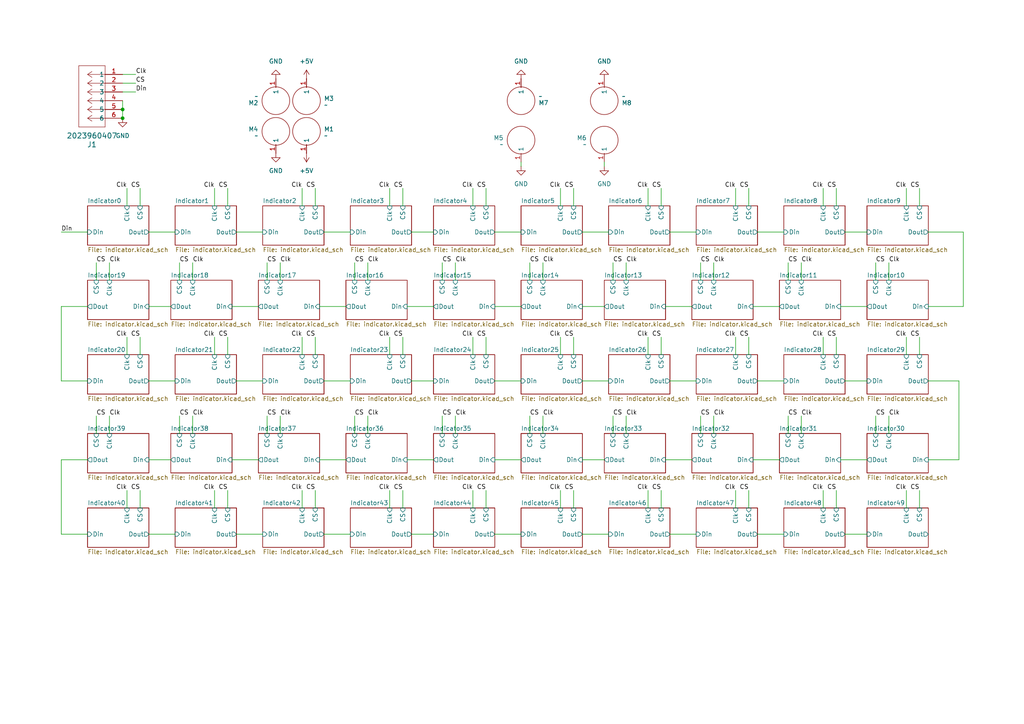
<source format=kicad_sch>
(kicad_sch (version 20231120) (generator "eeschema") (generator_version "8.0")
  (paper "A4")
  (lib_symbols
    (symbol "2024-10-12_21-28-59:2023960407" (pin_names (offset 0.254))
      (property "Reference" "J" (at 8.89 6.35 0))
      (property "Value" "2023960407" (at 0 0 0))
      (symbol "2023960407_1_1"
        (polyline (pts (xy 5.08 -15.24) (xy 12.7 -15.24)) (stroke (width 0.127)))
        (polyline (pts (xy 5.08 2.54) (xy 5.08 -15.24)) (stroke (width 0.127)))
        (polyline (pts (xy 10.16 -12.7) (xy 5.08 -12.7)) (stroke (width 0.127)))
        (polyline (pts (xy 10.16 -12.7) (xy 8.89 -13.5467)) (stroke (width 0.127)))
        (polyline (pts (xy 10.16 -12.7) (xy 8.89 -11.8533)) (stroke (width 0.127)))
        (polyline (pts (xy 10.16 -10.16) (xy 5.08 -10.16)) (stroke (width 0.127)))
        (polyline (pts (xy 10.16 -10.16) (xy 8.89 -11.0067)) (stroke (width 0.127)))
        (polyline (pts (xy 10.16 -10.16) (xy 8.89 -9.3133)) (stroke (width 0.127)))
        (polyline (pts (xy 10.16 -7.62) (xy 5.08 -7.62)) (stroke (width 0.127)))
        (polyline (pts (xy 10.16 -7.62) (xy 8.89 -8.4667)) (stroke (width 0.127)))
        (polyline (pts (xy 10.16 -7.62) (xy 8.89 -6.7733)) (stroke (width 0.127)))
        (polyline (pts (xy 10.16 -5.08) (xy 5.08 -5.08)) (stroke (width 0.127)))
        (polyline (pts (xy 10.16 -5.08) (xy 8.89 -5.9267)) (stroke (width 0.127)))
        (polyline (pts (xy 10.16 -5.08) (xy 8.89 -4.2333)) (stroke (width 0.127)))
        (polyline (pts (xy 10.16 -2.54) (xy 5.08 -2.54)) (stroke (width 0.127)))
        (polyline (pts (xy 10.16 -2.54) (xy 8.89 -3.3867)) (stroke (width 0.127)))
        (polyline (pts (xy 10.16 -2.54) (xy 8.89 -1.6933)) (stroke (width 0.127)))
        (polyline (pts (xy 10.16 0) (xy 5.08 0)) (stroke (width 0.127)))
        (polyline (pts (xy 10.16 0) (xy 8.89 -0.8467)) (stroke (width 0.127)))
        (polyline (pts (xy 10.16 0) (xy 8.89 0.8467)) (stroke (width 0.127)))
        (polyline (pts (xy 12.7 -15.24) (xy 12.7 2.54)) (stroke (width 0.127)))
        (polyline (pts (xy 12.7 2.54) (xy 5.08 2.54)) (stroke (width 0.127)))
        (pin unspecified line (at 0 0 0) (length 5.08) (name "1") (number "1"))
        (pin unspecified line (at 0 -2.54 0) (length 5.08) (name "2") (number "2"))
        (pin unspecified line (at 0 -5.08 0) (length 5.08) (name "3") (number "3"))
        (pin unspecified line (at 0 -7.62 0) (length 5.08) (name "4") (number "4"))
        (pin unspecified line (at 0 -10.16 0) (length 5.08) (name "5") (number "5"))
        (pin unspecified line (at 0 -12.7 0) (length 5.08) (name "6") (number "6"))
      )
      (symbol "2023960407_1_2"
        (polyline (pts (xy 5.08 -15.24) (xy 12.7 -15.24)) (stroke (width 0.127)))
        (polyline (pts (xy 5.08 2.54) (xy 5.08 -15.24)) (stroke (width 0.127)))
        (polyline (pts (xy 7.62 -12.7) (xy 5.08 -12.7)) (stroke (width 0.127)))
        (polyline (pts (xy 7.62 -12.7) (xy 8.89 -13.5467)) (stroke (width 0.127)))
        (polyline (pts (xy 7.62 -12.7) (xy 8.89 -11.8533)) (stroke (width 0.127)))
        (polyline (pts (xy 7.62 -10.16) (xy 5.08 -10.16)) (stroke (width 0.127)))
        (polyline (pts (xy 7.62 -10.16) (xy 8.89 -11.0067)) (stroke (width 0.127)))
        (polyline (pts (xy 7.62 -10.16) (xy 8.89 -9.3133)) (stroke (width 0.127)))
        (polyline (pts (xy 7.62 -7.62) (xy 5.08 -7.62)) (stroke (width 0.127)))
        (polyline (pts (xy 7.62 -7.62) (xy 8.89 -8.4667)) (stroke (width 0.127)))
        (polyline (pts (xy 7.62 -7.62) (xy 8.89 -6.7733)) (stroke (width 0.127)))
        (polyline (pts (xy 7.62 -5.08) (xy 5.08 -5.08)) (stroke (width 0.127)))
        (polyline (pts (xy 7.62 -5.08) (xy 8.89 -5.9267)) (stroke (width 0.127)))
        (polyline (pts (xy 7.62 -5.08) (xy 8.89 -4.2333)) (stroke (width 0.127)))
        (polyline (pts (xy 7.62 -2.54) (xy 5.08 -2.54)) (stroke (width 0.127)))
        (polyline (pts (xy 7.62 -2.54) (xy 8.89 -3.3867)) (stroke (width 0.127)))
        (polyline (pts (xy 7.62 -2.54) (xy 8.89 -1.6933)) (stroke (width 0.127)))
        (polyline (pts (xy 7.62 0) (xy 5.08 0)) (stroke (width 0.127)))
        (polyline (pts (xy 7.62 0) (xy 8.89 -0.8467)) (stroke (width 0.127)))
        (polyline (pts (xy 7.62 0) (xy 8.89 0.8467)) (stroke (width 0.127)))
        (polyline (pts (xy 12.7 -15.24) (xy 12.7 2.54)) (stroke (width 0.127)))
        (polyline (pts (xy 12.7 2.54) (xy 5.08 2.54)) (stroke (width 0.127)))
        (pin unspecified line (at 0 0 0) (length 5.08) (name "1") (number "1"))
        (pin unspecified line (at 0 -2.54 0) (length 5.08) (name "2") (number "2"))
        (pin unspecified line (at 0 -5.08 0) (length 5.08) (name "3") (number "3"))
        (pin unspecified line (at 0 -7.62 0) (length 5.08) (name "4") (number "4"))
        (pin unspecified line (at 0 -10.16 0) (length 5.08) (name "5") (number "5"))
        (pin unspecified line (at 0 -12.7 0) (length 5.08) (name "6") (number "6"))
      )
    )
    (symbol "power:+5V" (power) (pin_numbers hide) (pin_names (offset 0) hide)
      (property "Value" "+5V" (at 0 3.556 0))
      (symbol "+5V_0_1"
        (polyline (pts (xy -0.762 1.27) (xy 0 2.54)))
        (polyline (pts (xy 0 0) (xy 0 2.54)))
        (polyline (pts (xy 0 2.54) (xy 0.762 1.27)))
      )
      (symbol "+5V_1_1"
        (pin power_in line (at 0 0 90) (length 0) (name "~") (number "1"))
      )
    )
    (symbol "power:GND" (power) (pin_numbers hide) (pin_names (offset 0) hide)
      (property "Value" "GND" (at 0 -3.81 0))
      (symbol "GND_0_1"
        (polyline (pts (xy 0 0) (xy 0 -1.27) (xy 1.27 -1.27) (xy 0 -2.54) (xy -1.27 -1.27) (xy 0 -1.27)))
      )
      (symbol "GND_1_1"
        (pin power_in line (at 0 0 270) (length 0) (name "~") (number "1"))
      )
    )
    (symbol "spacers:9774030243R"
      (property "Reference" "M" (at 0 0 0))
      (symbol "9774030243R_0_1"
        (circle (center 0 0) (radius 4.0161))
      )
      (symbol "9774030243R_1_1"
        (pin bidirectional line (at -6.35 0 0) (length 2.54) (name "1") (number "1"))
      )
    )
  )
  (junction (at 35.56 34.29))
  (junction (at 35.56 31.75))
  (wire (pts (xy 207.01 76.2) (xy 207.01 81.28)))
  (wire (pts (xy 269.24 67.31) (xy 279.4 67.31)))
  (wire (pts (xy 102.87 76.2) (xy 102.87 81.28)))
  (wire (pts (xy 91.44 54.61) (xy 91.44 59.69)))
  (wire (pts (xy 278.13 110.49) (xy 278.13 133.35)))
  (wire (pts (xy 87.63 142.24) (xy 87.63 147.32)))
  (wire (pts (xy 102.87 120.65) (xy 102.87 125.73)))
  (wire (pts (xy 52.07 120.65) (xy 52.07 125.73)))
  (wire (pts (xy 175.26 133.35) (xy 168.91 133.35)))
  (wire (pts (xy 242.57 54.61) (xy 242.57 59.69)))
  (wire (pts (xy 17.78 154.94) (xy 25.4 154.94)))
  (wire (pts (xy 177.8 76.2) (xy 177.8 81.28)))
  (wire (pts (xy 181.61 76.2) (xy 181.61 81.28)))
  (wire (pts (xy 43.18 110.49) (xy 50.8 110.49)))
  (wire (pts (xy 66.04 54.61) (xy 66.04 59.69)))
  (wire (pts (xy 62.23 97.79) (xy 62.23 102.87)))
  (wire (pts (xy 125.73 88.9) (xy 118.11 88.9)))
  (wire (pts (xy 232.41 120.65) (xy 232.41 125.73)))
  (wire (pts (xy 68.58 67.31) (xy 76.2 67.31)))
  (wire (pts (xy 17.78 133.35) (xy 17.78 154.94)))
  (wire (pts (xy 166.37 54.61) (xy 166.37 59.69)))
  (wire (pts (xy 87.63 97.79) (xy 87.63 102.87)))
  (wire (pts (xy 228.6 76.2) (xy 228.6 81.28)))
  (wire (pts (xy 151.13 88.9) (xy 143.51 88.9)))
  (wire (pts (xy 245.11 154.94) (xy 251.46 154.94)))
  (wire (pts (xy 254 76.2) (xy 254 81.28)))
  (wire (pts (xy 162.56 142.24) (xy 162.56 147.32)))
  (wire (pts (xy 266.7 54.61) (xy 266.7 59.69)))
  (wire (pts (xy 175.26 46.99) (xy 175.26 48.26)))
  (wire (pts (xy 140.97 97.79) (xy 140.97 102.87)))
  (wire (pts (xy 228.6 120.65) (xy 228.6 125.73)))
  (wire (pts (xy 35.56 29.21) (xy 35.56 31.75)))
  (wire (pts (xy 168.91 110.49) (xy 176.53 110.49)))
  (wire (pts (xy 200.66 133.35) (xy 193.04 133.35)))
  (wire (pts (xy 166.37 97.79) (xy 166.37 102.87)))
  (wire (pts (xy 62.23 142.24) (xy 62.23 147.32)))
  (wire (pts (xy 36.83 54.61) (xy 36.83 59.69)))
  (wire (pts (xy 151.13 133.35) (xy 143.51 133.35)))
  (wire (pts (xy 257.81 120.65) (xy 257.81 125.73)))
  (wire (pts (xy 238.76 142.24) (xy 238.76 147.32)))
  (wire (pts (xy 269.24 110.49) (xy 278.13 110.49)))
  (wire (pts (xy 177.8 120.65) (xy 177.8 125.73)))
  (wire (pts (xy 262.89 142.24) (xy 262.89 147.32)))
  (wire (pts (xy 119.38 154.94) (xy 125.73 154.94)))
  (wire (pts (xy 91.44 97.79) (xy 91.44 102.87)))
  (wire (pts (xy 175.26 88.9) (xy 168.91 88.9)))
  (wire (pts (xy 187.96 142.24) (xy 187.96 147.32)))
  (wire (pts (xy 66.04 142.24) (xy 66.04 147.32)))
  (wire (pts (xy 137.16 97.79) (xy 137.16 102.87)))
  (wire (pts (xy 207.01 120.65) (xy 207.01 125.73)))
  (wire (pts (xy 119.38 110.49) (xy 125.73 110.49)))
  (wire (pts (xy 132.08 120.65) (xy 132.08 125.73)))
  (wire (pts (xy 49.53 88.9) (xy 43.18 88.9)))
  (wire (pts (xy 200.66 88.9) (xy 193.04 88.9)))
  (wire (pts (xy 219.71 67.31) (xy 227.33 67.31)))
  (wire (pts (xy 77.47 76.2) (xy 77.47 81.28)))
  (wire (pts (xy 213.36 54.61) (xy 213.36 59.69)))
  (wire (pts (xy 194.31 154.94) (xy 201.93 154.94)))
  (wire (pts (xy 238.76 97.79) (xy 238.76 102.87)))
  (wire (pts (xy 35.56 21.59) (xy 39.37 21.59)))
  (wire (pts (xy 153.67 120.65) (xy 153.67 125.73)))
  (wire (pts (xy 36.83 142.24) (xy 36.83 147.32)))
  (wire (pts (xy 266.7 97.79) (xy 266.7 102.87)))
  (wire (pts (xy 257.81 76.2) (xy 257.81 81.28)))
  (wire (pts (xy 137.16 142.24) (xy 137.16 147.32)))
  (wire (pts (xy 187.96 97.79) (xy 187.96 102.87)))
  (wire (pts (xy 217.17 54.61) (xy 217.17 59.69)))
  (wire (pts (xy 245.11 67.31) (xy 251.46 67.31)))
  (wire (pts (xy 143.51 67.31) (xy 151.13 67.31)))
  (wire (pts (xy 93.98 67.31) (xy 101.6 67.31)))
  (wire (pts (xy 128.27 120.65) (xy 128.27 125.73)))
  (wire (pts (xy 74.93 133.35) (xy 67.31 133.35)))
  (wire (pts (xy 213.36 97.79) (xy 213.36 102.87)))
  (wire (pts (xy 191.77 142.24) (xy 191.77 147.32)))
  (wire (pts (xy 49.53 133.35) (xy 43.18 133.35)))
  (wire (pts (xy 194.31 67.31) (xy 201.93 67.31)))
  (wire (pts (xy 17.78 110.49) (xy 25.4 110.49)))
  (wire (pts (xy 203.2 76.2) (xy 203.2 81.28)))
  (wire (pts (xy 168.91 154.94) (xy 176.53 154.94)))
  (wire (pts (xy 140.97 142.24) (xy 140.97 147.32)))
  (wire (pts (xy 157.48 76.2) (xy 157.48 81.28)))
  (wire (pts (xy 232.41 76.2) (xy 232.41 81.28)))
  (wire (pts (xy 81.28 120.65) (xy 81.28 125.73)))
  (wire (pts (xy 113.03 142.24) (xy 113.03 147.32)))
  (wire (pts (xy 43.18 67.31) (xy 50.8 67.31)))
  (wire (pts (xy 106.68 76.2) (xy 106.68 81.28)))
  (wire (pts (xy 219.71 110.49) (xy 227.33 110.49)))
  (wire (pts (xy 217.17 97.79) (xy 217.17 102.87)))
  (wire (pts (xy 100.33 133.35) (xy 92.71 133.35)))
  (wire (pts (xy 266.7 142.24) (xy 266.7 147.32)))
  (wire (pts (xy 226.06 133.35) (xy 218.44 133.35)))
  (wire (pts (xy 52.07 76.2) (xy 52.07 81.28)))
  (wire (pts (xy 168.91 67.31) (xy 176.53 67.31)))
  (wire (pts (xy 43.18 154.94) (xy 50.8 154.94)))
  (wire (pts (xy 74.93 88.9) (xy 67.31 88.9)))
  (wire (pts (xy 251.46 88.9) (xy 243.84 88.9)))
  (wire (pts (xy 143.51 110.49) (xy 151.13 110.49)))
  (wire (pts (xy 181.61 120.65) (xy 181.61 125.73)))
  (wire (pts (xy 242.57 142.24) (xy 242.57 147.32)))
  (wire (pts (xy 119.38 67.31) (xy 125.73 67.31)))
  (wire (pts (xy 27.94 76.2) (xy 27.94 81.28)))
  (wire (pts (xy 162.56 54.61) (xy 162.56 59.69)))
  (wire (pts (xy 35.56 31.75) (xy 35.56 34.29)))
  (wire (pts (xy 157.48 120.65) (xy 157.48 125.73)))
  (wire (pts (xy 17.78 67.31) (xy 25.4 67.31)))
  (wire (pts (xy 87.63 54.61) (xy 87.63 59.69)))
  (wire (pts (xy 194.31 110.49) (xy 201.93 110.49)))
  (wire (pts (xy 62.23 54.61) (xy 62.23 59.69)))
  (wire (pts (xy 251.46 133.35) (xy 243.84 133.35)))
  (wire (pts (xy 166.37 142.24) (xy 166.37 147.32)))
  (wire (pts (xy 278.13 133.35) (xy 269.24 133.35)))
  (wire (pts (xy 187.96 54.61) (xy 187.96 59.69)))
  (wire (pts (xy 113.03 54.61) (xy 113.03 59.69)))
  (wire (pts (xy 116.84 54.61) (xy 116.84 59.69)))
  (wire (pts (xy 213.36 142.24) (xy 213.36 147.32)))
  (wire (pts (xy 106.68 120.65) (xy 106.68 125.73)))
  (wire (pts (xy 116.84 142.24) (xy 116.84 147.32)))
  (wire (pts (xy 113.03 97.79) (xy 113.03 102.87)))
  (wire (pts (xy 91.44 142.24) (xy 91.44 147.32)))
  (wire (pts (xy 36.83 97.79) (xy 36.83 102.87)))
  (wire (pts (xy 132.08 76.2) (xy 132.08 81.28)))
  (wire (pts (xy 140.97 54.61) (xy 140.97 59.69)))
  (wire (pts (xy 68.58 110.49) (xy 76.2 110.49)))
  (wire (pts (xy 40.64 54.61) (xy 40.64 59.69)))
  (wire (pts (xy 238.76 54.61) (xy 238.76 59.69)))
  (wire (pts (xy 254 120.65) (xy 254 125.73)))
  (wire (pts (xy 191.77 54.61) (xy 191.77 59.69)))
  (wire (pts (xy 68.58 154.94) (xy 76.2 154.94)))
  (wire (pts (xy 31.75 76.2) (xy 31.75 81.28)))
  (wire (pts (xy 17.78 88.9) (xy 17.78 110.49)))
  (wire (pts (xy 77.47 120.65) (xy 77.47 125.73)))
  (wire (pts (xy 40.64 97.79) (xy 40.64 102.87)))
  (wire (pts (xy 279.4 67.31) (xy 279.4 88.9)))
  (wire (pts (xy 66.04 97.79) (xy 66.04 102.87)))
  (wire (pts (xy 55.88 76.2) (xy 55.88 81.28)))
  (wire (pts (xy 35.56 26.67) (xy 39.37 26.67)))
  (wire (pts (xy 191.77 97.79) (xy 191.77 102.87)))
  (wire (pts (xy 25.4 88.9) (xy 17.78 88.9)))
  (wire (pts (xy 217.17 142.24) (xy 217.17 147.32)))
  (wire (pts (xy 93.98 154.94) (xy 101.6 154.94)))
  (wire (pts (xy 128.27 76.2) (xy 128.27 81.28)))
  (wire (pts (xy 27.94 120.65) (xy 27.94 125.73)))
  (wire (pts (xy 116.84 97.79) (xy 116.84 102.87)))
  (wire (pts (xy 143.51 154.94) (xy 151.13 154.94)))
  (wire (pts (xy 25.4 133.35) (xy 17.78 133.35)))
  (wire (pts (xy 93.98 110.49) (xy 101.6 110.49)))
  (wire (pts (xy 100.33 88.9) (xy 92.71 88.9)))
  (wire (pts (xy 219.71 154.94) (xy 227.33 154.94)))
  (wire (pts (xy 151.13 48.26) (xy 151.13 46.99)))
  (wire (pts (xy 226.06 88.9) (xy 218.44 88.9)))
  (wire (pts (xy 153.67 76.2) (xy 153.67 81.28)))
  (wire (pts (xy 31.75 120.65) (xy 31.75 125.73)))
  (wire (pts (xy 242.57 97.79) (xy 242.57 102.87)))
  (wire (pts (xy 203.2 120.65) (xy 203.2 125.73)))
  (wire (pts (xy 125.73 133.35) (xy 118.11 133.35)))
  (wire (pts (xy 279.4 88.9) (xy 269.24 88.9)))
  (wire (pts (xy 245.11 110.49) (xy 251.46 110.49)))
  (wire (pts (xy 162.56 97.79) (xy 162.56 102.87)))
  (wire (pts (xy 262.89 54.61) (xy 262.89 59.69)))
  (wire (pts (xy 81.28 76.2) (xy 81.28 81.28)))
  (wire (pts (xy 40.64 142.24) (xy 40.64 147.32)))
  (wire (pts (xy 262.89 97.79) (xy 262.89 102.87)))
  (wire (pts (xy 55.88 120.65) (xy 55.88 125.73)))
  (wire (pts (xy 137.16 54.61) (xy 137.16 59.69)))
  (wire (pts (xy 35.56 24.13) (xy 39.37 24.13)))
  (label "CS" (at 66.04 54.61 180))
  (label "Clk" (at 81.28 120.65 0))
  (label "CS" (at 266.7 142.24 180))
  (label "CS" (at 140.97 142.24 180))
  (label "CS" (at 242.57 97.79 180))
  (label "Clk" (at 87.63 97.79 180))
  (label "Clk" (at 106.68 120.65 0))
  (label "CS" (at 254 120.65 0))
  (label "CS" (at 66.04 142.24 180))
  (label "CS" (at 203.2 120.65 0))
  (label "Clk" (at 187.96 97.79 180))
  (label "CS" (at 39.37 24.13 0))
  (label "Clk" (at 207.01 120.65 0))
  (label "CS" (at 191.77 54.61 180))
  (label "Clk" (at 81.28 76.2 0))
  (label "CS" (at 91.44 97.79 180))
  (label "CS" (at 242.57 142.24 180))
  (label "CS" (at 191.77 97.79 180))
  (label "CS" (at 177.8 120.65 0))
  (label "CS" (at 228.6 76.2 0))
  (label "Clk" (at 137.16 97.79 180))
  (label "CS" (at 128.27 76.2 0))
  (label "Clk" (at 262.89 97.79 180))
  (label "Clk" (at 238.76 54.61 180))
  (label "Clk" (at 162.56 97.79 180))
  (label "CS" (at 91.44 54.61 180))
  (label "Clk" (at 31.75 76.2 0))
  (label "CS" (at 128.27 120.65 0))
  (label "Clk" (at 187.96 142.24 180))
  (label "CS" (at 217.17 97.79 180))
  (label "Clk" (at 55.88 76.2 0))
  (label "CS" (at 102.87 120.65 0))
  (label "Clk" (at 137.16 54.61 180))
  (label "CS" (at 27.94 76.2 0))
  (label "Clk" (at 238.76 97.79 180))
  (label "CS" (at 166.37 54.61 180))
  (label "Clk" (at 62.23 142.24 180))
  (label "Clk" (at 62.23 97.79 180))
  (label "CS" (at 52.07 76.2 0))
  (label "Clk" (at 132.08 120.65 0))
  (label "Din" (at 39.37 26.67 0))
  (label "Clk" (at 213.36 142.24 180))
  (label "Clk" (at 31.75 120.65 0))
  (label "Clk" (at 232.41 76.2 0))
  (label "CS" (at 77.47 120.65 0))
  (label "CS" (at 191.77 142.24 180))
  (label "Clk" (at 162.56 54.61 180))
  (label "CS" (at 40.64 97.79 180))
  (label "Clk" (at 113.03 97.79 180))
  (label "CS" (at 217.17 54.61 180))
  (label "Clk" (at 207.01 76.2 0))
  (label "CS" (at 153.67 120.65 0))
  (label "Clk" (at 36.83 142.24 180))
  (label "CS" (at 91.44 142.24 180))
  (label "Clk" (at 238.76 142.24 180))
  (label "Clk" (at 106.68 76.2 0))
  (label "Clk" (at 137.16 142.24 180))
  (label "Clk" (at 181.61 76.2 0))
  (label "Clk" (at 157.48 76.2 0))
  (label "Clk" (at 187.96 54.61 180))
  (label "Clk" (at 262.89 142.24 180))
  (label "CS" (at 27.94 120.65 0))
  (label "CS" (at 242.57 54.61 180))
  (label "CS" (at 40.64 54.61 180))
  (label "Clk" (at 62.23 54.61 180))
  (label "CS" (at 116.84 54.61 180))
  (label "CS" (at 266.7 97.79 180))
  (label "Clk" (at 39.37 21.59 0))
  (label "Din" (at 17.78 67.31 0))
  (label "Clk" (at 36.83 97.79 180))
  (label "CS" (at 177.8 76.2 0))
  (label "CS" (at 203.2 76.2 0))
  (label "Clk" (at 162.56 142.24 180))
  (label "CS" (at 140.97 54.61 180))
  (label "Clk" (at 232.41 120.65 0))
  (label "Clk" (at 87.63 54.61 180))
  (label "Clk" (at 262.89 54.61 180))
  (label "Clk" (at 113.03 54.61 180))
  (label "CS" (at 166.37 142.24 180))
  (label "CS" (at 77.47 76.2 0))
  (label "Clk" (at 113.03 142.24 180))
  (label "Clk" (at 213.36 97.79 180))
  (label "Clk" (at 257.81 120.65 0))
  (label "CS" (at 116.84 142.24 180))
  (label "Clk" (at 55.88 120.65 0))
  (label "CS" (at 66.04 97.79 180))
  (label "CS" (at 102.87 76.2 0))
  (label "Clk" (at 132.08 76.2 0))
  (label "CS" (at 217.17 142.24 180))
  (label "Clk" (at 87.63 142.24 180))
  (label "CS" (at 140.97 97.79 180))
  (label "CS" (at 266.7 54.61 180))
  (label "CS" (at 166.37 97.79 180))
  (label "Clk" (at 181.61 120.65 0))
  (label "CS" (at 116.84 97.79 180))
  (label "Clk" (at 157.48 120.65 0))
  (label "CS" (at 228.6 120.65 0))
  (label "Clk" (at 257.81 76.2 0))
  (label "CS" (at 52.07 120.65 0))
  (label "CS" (at 254 76.2 0))
  (label "CS" (at 40.64 142.24 180))
  (label "Clk" (at 36.83 54.61 180))
  (label "Clk" (at 213.36 54.61 180))
  (label "CS" (at 153.67 76.2 0))
  (symbol (lib_id "spacers:9774030243R") (at 151.13 29.21 90) (mirror x) (unit 1)
    (property "Reference" "M7" (at 156.21 29.8451 90) (effects (justify right)))
    (property "Value" "~" (at 156.21 27.94 90) (effects (justify right)))
    (property "Footprint" "spacers:9774030243R" (effects (hide yes)))
  )
  (symbol (lib_id "power:GND") (at 80.01 22.86 180) (unit 1)
    (property "Reference" "#PWR0205" (effects (hide yes)))
    (property "Value" "GND" (at 80.01 17.78 0))
    (property "Description" "Power symbol creates a global label with name \"GND\" , ground" (effects (hide yes)))
  )
  (symbol (lib_id "power:+5V") (at 88.9 44.45 0) (mirror x) (unit 1)
    (property "Reference" "#PWR0203" (effects (hide yes)))
    (property "Value" "+5V" (at 88.9 49.53 0))
    (property "Description" "Power symbol creates a global label with name \"+5V\"" (effects (hide yes)))
  )
  (symbol (lib_id "spacers:9774030243R") (at 175.26 40.64 270) (mirror x) (unit 1)
    (property "Reference" "M6" (at 170.18 40.0049 90) (effects (justify right)))
    (property "Value" "~" (at 170.18 41.91 90) (effects (justify right)))
    (property "Footprint" "spacers:9774030243R" (effects (hide yes)))
  )
  (symbol (lib_id "spacers:9774030243R") (at 175.26 29.21 90) (mirror x) (unit 1)
    (property "Reference" "M8" (at 180.34 29.8451 90) (effects (justify right)))
    (property "Value" "~" (at 180.34 27.94 90) (effects (justify right)))
    (property "Footprint" "spacers:9774030243R" (effects (hide yes)))
  )
  (symbol (lib_id "power:GND") (at 151.13 48.26 0) (mirror y) (unit 1)
    (property "Reference" "#PWR0206" (effects (hide yes)))
    (property "Value" "GND" (at 151.13 53.34 0))
    (property "Description" "Power symbol creates a global label with name \"GND\" , ground" (effects (hide yes)))
  )
  (symbol (lib_id "spacers:9774030243R") (at 88.9 38.1 90) (unit 1)
    (property "Reference" "M1" (at 93.98 37.4649 90) (effects (justify right)))
    (property "Value" "~" (at 93.98 39.37 90) (effects (justify right)))
    (property "Footprint" "spacers:9774030243R" (effects (hide yes)))
  )
  (symbol (lib_id "spacers:9774030243R") (at 80.01 38.1 270) (mirror x) (unit 1)
    (property "Reference" "M4" (at 74.93 37.4649 90) (effects (justify right)))
    (property "Value" "~" (at 74.93 39.37 90) (effects (justify right)))
    (property "Footprint" "spacers:9774030243R" (effects (hide yes)))
  )
  (symbol (lib_id "spacers:9774030243R") (at 88.9 29.21 270) (unit 1)
    (property "Reference" "M3" (at 93.98 28.5749 90) (effects (justify left)))
    (property "Value" "~" (at 93.98 30.48 90) (effects (justify left)))
    (property "Footprint" "spacers:9774030243R" (effects (hide yes)))
  )
  (symbol (lib_id "power:GND") (at 80.01 44.45 0) (mirror y) (unit 1)
    (property "Reference" "#PWR0204" (effects (hide yes)))
    (property "Value" "GND" (at 80.01 49.53 0))
    (property "Description" "Power symbol creates a global label with name \"GND\" , ground" (effects (hide yes)))
  )
  (symbol (lib_id "2024-10-12_21-28-59:2023960407") (at 35.56 21.59 0) (mirror y) (unit 1)
    (property "Reference" "J1" (at 26.67 41.91 0) (effects (font (size 1.524 1.524))))
    (property "Value" "2023960407" (at 26.67 39.37 0) (effects (font (size 1.524 1.524))))
    (property "Footprint" "footprints.pretty2:CON_2023960407" (effects (hide yes)))
    (property "Datasheet" "2023960407" (effects (hide yes)))
  )
  (symbol (lib_id "power:+5V") (at 88.9 22.86 0) (mirror y) (unit 1)
    (property "Reference" "#PWR0202" (effects (hide yes)))
    (property "Value" "+5V" (at 88.9 17.78 0))
    (property "Description" "Power symbol creates a global label with name \"+5V\"" (effects (hide yes)))
  )
  (symbol (lib_id "power:GND") (at 175.26 48.26 0) (mirror y) (unit 1)
    (property "Reference" "#PWR0207" (effects (hide yes)))
    (property "Value" "GND" (at 175.26 53.34 0))
    (property "Description" "Power symbol creates a global label with name \"GND\" , ground" (effects (hide yes)))
  )
  (symbol (lib_id "spacers:9774030243R") (at 151.13 40.64 270) (mirror x) (unit 1)
    (property "Reference" "M5" (at 146.05 40.0049 90) (effects (justify right)))
    (property "Value" "~" (at 146.05 41.91 90) (effects (justify right)))
    (property "Footprint" "spacers:9774030243R" (effects (hide yes)))
  )
  (symbol (lib_id "spacers:9774030243R") (at 80.01 29.21 270) (unit 1)
    (property "Reference" "M2" (at 74.93 29.8451 90) (effects (justify right)))
    (property "Value" "~" (at 74.93 27.94 90) (effects (justify right)))
    (property "Footprint" "spacers:9774030243R" (effects (hide yes)))
  )
  (symbol (lib_id "power:GND") (at 175.26 22.86 0) (mirror x) (unit 1)
    (property "Reference" "#PWR0209" (effects (hide yes)))
    (property "Value" "GND" (at 175.26 17.78 0))
    (property "Description" "Power symbol creates a global label with name \"GND\" , ground" (effects (hide yes)))
  )
  (symbol (lib_id "power:GND") (at 35.56 34.29 0) (unit 1)
    (property "Reference" "#PWR0201" (effects (hide yes)))
    (property "Value" "GND" (at 35.56 39.37 0))
    (property "Description" "Power symbol creates a global label with name \"GND\" , ground" (effects (hide yes)))
  )
  (symbol (lib_id "power:GND") (at 151.13 22.86 0) (mirror x) (unit 1)
    (property "Reference" "#PWR0208" (effects (hide yes)))
    (property "Value" "GND" (at 151.13 17.78 0))
    (property "Description" "Power symbol creates a global label with name \"GND\" , ground" (effects (hide yes)))
  )
  (sheet (at 50.8 147.32) (size 17.78 11.43) (stroke (width 0.1524))
    (property "Sheetname" "Indicator41" (at 50.8 146.6084 0) (effects (justify left bottom)))
    (property "Sheetfile" "indicator.kicad_sch" (at 50.8 159.3346 0) (effects (justify left top)))
    (pin "Dout" output (at 68.58 154.94 0))
    (pin "CS" input (at 66.04 147.32 90))
    (pin "Clk" input (at 62.23 147.32 90))
    (pin "Din" input (at 50.8 154.94 180))
  )
  (sheet (at 176.53 147.32) (size 17.78 11.43) (stroke (width 0.1524))
    (property "Sheetname" "Indicator46" (at 176.53 146.6084 0) (effects (justify left bottom)))
    (property "Sheetfile" "indicator.kicad_sch" (at 176.53 159.3346 0) (effects (justify left top)))
    (pin "Dout" output (at 194.31 154.94 0))
    (pin "CS" input (at 191.77 147.32 90))
    (pin "Clk" input (at 187.96 147.32 90))
    (pin "Din" input (at 176.53 154.94 180))
  )
  (sheet (at 25.4 147.32) (size 17.78 11.43) (stroke (width 0.1524))
    (property "Sheetname" "Indicator40" (at 25.4 146.6084 0) (effects (justify left bottom)))
    (property "Sheetfile" "indicator.kicad_sch" (at 25.4 159.3346 0) (effects (justify left top)))
    (pin "Dout" output (at 43.18 154.94 0))
    (pin "CS" input (at 40.64 147.32 90))
    (pin "Clk" input (at 36.83 147.32 90))
    (pin "Din" input (at 25.4 154.94 180))
  )
  (sheet (at 201.93 59.69) (size 17.78 11.43) (stroke (width 0.1524))
    (property "Sheetname" "Indicator7" (at 201.93 58.9784 0) (effects (justify left bottom)))
    (property "Sheetfile" "indicator.kicad_sch" (at 201.93 71.7046 0) (effects (justify left top)))
    (pin "Dout" output (at 219.71 67.31 0))
    (pin "CS" input (at 217.17 59.69 90))
    (pin "Clk" input (at 213.36 59.69 90))
    (pin "Din" input (at 201.93 67.31 180))
  )
  (sheet (at 74.93 81.28) (size 17.78 11.43) (stroke (width 0.1524))
    (property "Sheetname" "Indicator17" (at 74.93 80.5684 0) (effects (justify left bottom)))
    (property "Sheetfile" "indicator.kicad_sch" (at 74.93 93.2946 0) (effects (justify left top)))
    (pin "Dout" output (at 74.93 88.9 180))
    (pin "CS" input (at 77.47 81.28 90))
    (pin "Clk" input (at 81.28 81.28 90))
    (pin "Din" input (at 92.71 88.9 0))
  )
  (sheet (at 100.33 125.73) (size 17.78 11.43) (stroke (width 0.1524))
    (property "Sheetname" "Indicator36" (at 100.33 125.0184 0) (effects (justify left bottom)))
    (property "Sheetfile" "indicator.kicad_sch" (at 100.33 137.7446 0) (effects (justify left top)))
    (pin "Dout" output (at 100.33 133.35 180))
    (pin "CS" input (at 102.87 125.73 90))
    (pin "Clk" input (at 106.68 125.73 90))
    (pin "Din" input (at 118.11 133.35 0))
  )
  (sheet (at 25.4 81.28) (size 17.78 11.43) (stroke (width 0.1524))
    (property "Sheetname" "Indicator19" (at 25.4 80.5684 0) (effects (justify left bottom)))
    (property "Sheetfile" "indicator.kicad_sch" (at 25.4 93.2946 0) (effects (justify left top)))
    (pin "Dout" output (at 25.4 88.9 180))
    (pin "CS" input (at 27.94 81.28 90))
    (pin "Clk" input (at 31.75 81.28 90))
    (pin "Din" input (at 43.18 88.9 0))
  )
  (sheet (at 251.46 147.32) (size 17.78 11.43) (stroke (width 0.1524))
    (property "Sheetname" "Indicator49" (at 251.46 146.6084 0) (effects (justify left bottom)))
    (property "Sheetfile" "indicator.kicad_sch" (at 251.46 159.3346 0) (effects (justify left top)))
    (pin "Dout" output (at 269.24 154.94 0))
    (pin "CS" input (at 266.7 147.32 90))
    (pin "Clk" input (at 262.89 147.32 90))
    (pin "Din" input (at 251.46 154.94 180))
  )
  (sheet (at 125.73 147.32) (size 17.78 11.43) (stroke (width 0.1524))
    (property "Sheetname" "Indicator44" (at 125.73 146.6084 0) (effects (justify left bottom)))
    (property "Sheetfile" "indicator.kicad_sch" (at 125.73 159.3346 0) (effects (justify left top)))
    (pin "Dout" output (at 143.51 154.94 0))
    (pin "CS" input (at 140.97 147.32 90))
    (pin "Clk" input (at 137.16 147.32 90))
    (pin "Din" input (at 125.73 154.94 180))
  )
  (sheet (at 200.66 81.28) (size 17.78 11.43) (stroke (width 0.1524))
    (property "Sheetname" "Indicator12" (at 200.66 80.5684 0) (effects (justify left bottom)))
    (property "Sheetfile" "indicator.kicad_sch" (at 200.66 93.2946 0) (effects (justify left top)))
    (pin "Dout" output (at 200.66 88.9 180))
    (pin "CS" input (at 203.2 81.28 90))
    (pin "Clk" input (at 207.01 81.28 90))
    (pin "Din" input (at 218.44 88.9 0))
  )
  (sheet (at 151.13 125.73) (size 17.78 11.43) (stroke (width 0.1524))
    (property "Sheetname" "Indicator34" (at 151.13 125.0184 0) (effects (justify left bottom)))
    (property "Sheetfile" "indicator.kicad_sch" (at 151.13 137.7446 0) (effects (justify left top)))
    (pin "Dout" output (at 151.13 133.35 180))
    (pin "CS" input (at 153.67 125.73 90))
    (pin "Clk" input (at 157.48 125.73 90))
    (pin "Din" input (at 168.91 133.35 0))
  )
  (sheet (at 50.8 102.87) (size 17.78 11.43) (stroke (width 0.1524))
    (property "Sheetname" "Indicator21" (at 50.8 102.1584 0) (effects (justify left bottom)))
    (property "Sheetfile" "indicator.kicad_sch" (at 50.8 114.8846 0) (effects (justify left top)))
    (pin "Dout" output (at 68.58 110.49 0))
    (pin "CS" input (at 66.04 102.87 90))
    (pin "Clk" input (at 62.23 102.87 90))
    (pin "Din" input (at 50.8 110.49 180))
  )
  (sheet (at 151.13 81.28) (size 17.78 11.43) (stroke (width 0.1524))
    (property "Sheetname" "Indicator14" (at 151.13 80.5684 0) (effects (justify left bottom)))
    (property "Sheetfile" "indicator.kicad_sch" (at 151.13 93.2946 0) (effects (justify left top)))
    (pin "Dout" output (at 151.13 88.9 180))
    (pin "CS" input (at 153.67 81.28 90))
    (pin "Clk" input (at 157.48 81.28 90))
    (pin "Din" input (at 168.91 88.9 0))
  )
  (sheet (at 151.13 59.69) (size 17.78 11.43) (stroke (width 0.1524))
    (property "Sheetname" "Indicator5" (at 151.13 58.9784 0) (effects (justify left bottom)))
    (property "Sheetfile" "indicator.kicad_sch" (at 151.13 71.7046 0) (effects (justify left top)))
    (pin "Dout" output (at 168.91 67.31 0))
    (pin "CS" input (at 166.37 59.69 90))
    (pin "Clk" input (at 162.56 59.69 90))
    (pin "Din" input (at 151.13 67.31 180))
  )
  (sheet (at 226.06 81.28) (size 17.78 11.43) (stroke (width 0.1524))
    (property "Sheetname" "Indicator11" (at 226.06 80.5684 0) (effects (justify left bottom)))
    (property "Sheetfile" "indicator.kicad_sch" (at 226.06 93.2946 0) (effects (justify left top)))
    (pin "Dout" output (at 226.06 88.9 180))
    (pin "CS" input (at 228.6 81.28 90))
    (pin "Clk" input (at 232.41 81.28 90))
    (pin "Din" input (at 243.84 88.9 0))
  )
  (sheet (at 227.33 102.87) (size 17.78 11.43) (stroke (width 0.1524))
    (property "Sheetname" "Indicator28" (at 227.33 102.1584 0) (effects (justify left bottom)))
    (property "Sheetfile" "indicator.kicad_sch" (at 227.33 114.8846 0) (effects (justify left top)))
    (pin "Dout" output (at 245.11 110.49 0))
    (pin "CS" input (at 242.57 102.87 90))
    (pin "Clk" input (at 238.76 102.87 90))
    (pin "Din" input (at 227.33 110.49 180))
  )
  (sheet (at 101.6 102.87) (size 17.78 11.43) (stroke (width 0.1524))
    (property "Sheetname" "Indicator23" (at 101.6 102.1584 0) (effects (justify left bottom)))
    (property "Sheetfile" "indicator.kicad_sch" (at 101.6 114.8846 0) (effects (justify left top)))
    (pin "Dout" output (at 119.38 110.49 0))
    (pin "CS" input (at 116.84 102.87 90))
    (pin "Clk" input (at 113.03 102.87 90))
    (pin "Din" input (at 101.6 110.49 180))
  )
  (sheet (at 74.93 125.73) (size 17.78 11.43) (stroke (width 0.1524))
    (property "Sheetname" "Indicator37" (at 74.93 125.0184 0) (effects (justify left bottom)))
    (property "Sheetfile" "indicator.kicad_sch" (at 74.93 137.7446 0) (effects (justify left top)))
    (pin "Dout" output (at 74.93 133.35 180))
    (pin "CS" input (at 77.47 125.73 90))
    (pin "Clk" input (at 81.28 125.73 90))
    (pin "Din" input (at 92.71 133.35 0))
  )
  (sheet (at 151.13 102.87) (size 17.78 11.43) (stroke (width 0.1524))
    (property "Sheetname" "Indicator25" (at 151.13 102.1584 0) (effects (justify left bottom)))
    (property "Sheetfile" "indicator.kicad_sch" (at 151.13 114.8846 0) (effects (justify left top)))
    (pin "Dout" output (at 168.91 110.49 0))
    (pin "CS" input (at 166.37 102.87 90))
    (pin "Clk" input (at 162.56 102.87 90))
    (pin "Din" input (at 151.13 110.49 180))
  )
  (sheet (at 175.26 125.73) (size 17.78 11.43) (stroke (width 0.1524))
    (property "Sheetname" "Indicator33" (at 175.26 125.0184 0) (effects (justify left bottom)))
    (property "Sheetfile" "indicator.kicad_sch" (at 175.26 137.7446 0) (effects (justify left top)))
    (pin "Dout" output (at 175.26 133.35 180))
    (pin "CS" input (at 177.8 125.73 90))
    (pin "Clk" input (at 181.61 125.73 90))
    (pin "Din" input (at 193.04 133.35 0))
  )
  (sheet (at 201.93 102.87) (size 17.78 11.43) (stroke (width 0.1524))
    (property "Sheetname" "Indicator27" (at 201.93 102.1584 0) (effects (justify left bottom)))
    (property "Sheetfile" "indicator.kicad_sch" (at 201.93 114.8846 0) (effects (justify left top)))
    (pin "Dout" output (at 219.71 110.49 0))
    (pin "CS" input (at 217.17 102.87 90))
    (pin "Clk" input (at 213.36 102.87 90))
    (pin "Din" input (at 201.93 110.49 180))
  )
  (sheet (at 100.33 81.28) (size 17.78 11.43) (stroke (width 0.1524))
    (property "Sheetname" "Indicator16" (at 100.33 80.5684 0) (effects (justify left bottom)))
    (property "Sheetfile" "indicator.kicad_sch" (at 100.33 93.2946 0) (effects (justify left top)))
    (pin "Dout" output (at 100.33 88.9 180))
    (pin "CS" input (at 102.87 81.28 90))
    (pin "Clk" input (at 106.68 81.28 90))
    (pin "Din" input (at 118.11 88.9 0))
  )
  (sheet (at 200.66 125.73) (size 17.78 11.43) (stroke (width 0.1524))
    (property "Sheetname" "Indicator32" (at 200.66 125.0184 0) (effects (justify left bottom)))
    (property "Sheetfile" "indicator.kicad_sch" (at 200.66 137.7446 0) (effects (justify left top)))
    (pin "Dout" output (at 200.66 133.35 180))
    (pin "CS" input (at 203.2 125.73 90))
    (pin "Clk" input (at 207.01 125.73 90))
    (pin "Din" input (at 218.44 133.35 0))
  )
  (sheet (at 50.8 59.69) (size 17.78 11.43) (stroke (width 0.1524))
    (property "Sheetname" "Indicator1" (at 50.8 58.9784 0) (effects (justify left bottom)))
    (property "Sheetfile" "indicator.kicad_sch" (at 50.8 71.7046 0) (effects (justify left top)))
    (pin "Dout" output (at 68.58 67.31 0))
    (pin "CS" input (at 66.04 59.69 90))
    (pin "Clk" input (at 62.23 59.69 90))
    (pin "Din" input (at 50.8 67.31 180))
  )
  (sheet (at 175.26 81.28) (size 17.78 11.43) (stroke (width 0.1524))
    (property "Sheetname" "Indicator13" (at 175.26 80.5684 0) (effects (justify left bottom)))
    (property "Sheetfile" "indicator.kicad_sch" (at 175.26 93.2946 0) (effects (justify left top)))
    (pin "Dout" output (at 175.26 88.9 180))
    (pin "CS" input (at 177.8 81.28 90))
    (pin "Clk" input (at 181.61 81.28 90))
    (pin "Din" input (at 193.04 88.9 0))
  )
  (sheet (at 101.6 147.32) (size 17.78 11.43) (stroke (width 0.1524))
    (property "Sheetname" "Indicator43" (at 101.6 146.6084 0) (effects (justify left bottom)))
    (property "Sheetfile" "indicator.kicad_sch" (at 101.6 159.3346 0) (effects (justify left top)))
    (pin "Dout" output (at 119.38 154.94 0))
    (pin "CS" input (at 116.84 147.32 90))
    (pin "Clk" input (at 113.03 147.32 90))
    (pin "Din" input (at 101.6 154.94 180))
  )
  (sheet (at 227.33 59.69) (size 17.78 11.43) (stroke (width 0.1524))
    (property "Sheetname" "Indicator8" (at 227.33 58.9784 0) (effects (justify left bottom)))
    (property "Sheetfile" "indicator.kicad_sch" (at 227.33 71.7046 0) (effects (justify left top)))
    (pin "Dout" output (at 245.11 67.31 0))
    (pin "CS" input (at 242.57 59.69 90))
    (pin "Clk" input (at 238.76 59.69 90))
    (pin "Din" input (at 227.33 67.31 180))
  )
  (sheet (at 25.4 125.73) (size 17.78 11.43) (stroke (width 0.1524))
    (property "Sheetname" "Indicator39" (at 25.4 125.0184 0) (effects (justify left bottom)))
    (property "Sheetfile" "indicator.kicad_sch" (at 25.4 137.7446 0) (effects (justify left top)))
    (pin "Dout" output (at 25.4 133.35 180))
    (pin "CS" input (at 27.94 125.73 90))
    (pin "Clk" input (at 31.75 125.73 90))
    (pin "Din" input (at 43.18 133.35 0))
  )
  (sheet (at 76.2 102.87) (size 17.78 11.43) (stroke (width 0.1524))
    (property "Sheetname" "Indicator22" (at 76.2 102.1584 0) (effects (justify left bottom)))
    (property "Sheetfile" "indicator.kicad_sch" (at 76.2 114.8846 0) (effects (justify left top)))
    (pin "Dout" output (at 93.98 110.49 0))
    (pin "CS" input (at 91.44 102.87 90))
    (pin "Clk" input (at 87.63 102.87 90))
    (pin "Din" input (at 76.2 110.49 180))
  )
  (sheet (at 125.73 81.28) (size 17.78 11.43) (stroke (width 0.1524))
    (property "Sheetname" "Indicator15" (at 125.73 80.5684 0) (effects (justify left bottom)))
    (property "Sheetfile" "indicator.kicad_sch" (at 125.73 93.2946 0) (effects (justify left top)))
    (pin "Dout" output (at 125.73 88.9 180))
    (pin "CS" input (at 128.27 81.28 90))
    (pin "Clk" input (at 132.08 81.28 90))
    (pin "Din" input (at 143.51 88.9 0))
  )
  (sheet (at 176.53 102.87) (size 17.78 11.43) (stroke (width 0.1524))
    (property "Sheetname" "Indicator26" (at 176.53 102.1584 0) (effects (justify left bottom)))
    (property "Sheetfile" "indicator.kicad_sch" (at 176.53 114.8846 0) (effects (justify left top)))
    (pin "Dout" output (at 194.31 110.49 0))
    (pin "CS" input (at 191.77 102.87 90))
    (pin "Clk" input (at 187.96 102.87 90))
    (pin "Din" input (at 176.53 110.49 180))
  )
  (sheet (at 49.53 81.28) (size 17.78 11.43) (stroke (width 0.1524))
    (property "Sheetname" "Indicator18" (at 49.53 80.5684 0) (effects (justify left bottom)))
    (property "Sheetfile" "indicator.kicad_sch" (at 49.53 93.2946 0) (effects (justify left top)))
    (pin "Dout" output (at 49.53 88.9 180))
    (pin "CS" input (at 52.07 81.28 90))
    (pin "Clk" input (at 55.88 81.28 90))
    (pin "Din" input (at 67.31 88.9 0))
  )
  (sheet (at 176.53 59.69) (size 17.78 11.43) (stroke (width 0.1524))
    (property "Sheetname" "Indicator6" (at 176.53 58.9784 0) (effects (justify left bottom)))
    (property "Sheetfile" "indicator.kicad_sch" (at 176.53 71.7046 0) (effects (justify left top)))
    (pin "Dout" output (at 194.31 67.31 0))
    (pin "CS" input (at 191.77 59.69 90))
    (pin "Clk" input (at 187.96 59.69 90))
    (pin "Din" input (at 176.53 67.31 180))
  )
  (sheet (at 125.73 125.73) (size 17.78 11.43) (stroke (width 0.1524))
    (property "Sheetname" "Indicator35" (at 125.73 125.0184 0) (effects (justify left bottom)))
    (property "Sheetfile" "indicator.kicad_sch" (at 125.73 137.7446 0) (effects (justify left top)))
    (pin "Dout" output (at 125.73 133.35 180))
    (pin "CS" input (at 128.27 125.73 90))
    (pin "Clk" input (at 132.08 125.73 90))
    (pin "Din" input (at 143.51 133.35 0))
  )
  (sheet (at 226.06 125.73) (size 17.78 11.43) (stroke (width 0.1524))
    (property "Sheetname" "Indicator31" (at 226.06 125.0184 0) (effects (justify left bottom)))
    (property "Sheetfile" "indicator.kicad_sch" (at 226.06 137.7446 0) (effects (justify left top)))
    (pin "Dout" output (at 226.06 133.35 180))
    (pin "CS" input (at 228.6 125.73 90))
    (pin "Clk" input (at 232.41 125.73 90))
    (pin "Din" input (at 243.84 133.35 0))
  )
  (sheet (at 251.46 125.73) (size 17.78 11.43) (stroke (width 0.1524))
    (property "Sheetname" "Indicator30" (at 251.46 125.0184 0) (effects (justify left bottom)))
    (property "Sheetfile" "indicator.kicad_sch" (at 251.46 137.7446 0) (effects (justify left top)))
    (pin "Dout" output (at 251.46 133.35 180))
    (pin "CS" input (at 254 125.73 90))
    (pin "Clk" input (at 257.81 125.73 90))
    (pin "Din" input (at 269.24 133.35 0))
  )
  (sheet (at 49.53 125.73) (size 17.78 11.43) (stroke (width 0.1524))
    (property "Sheetname" "Indicator38" (at 49.53 125.0184 0) (effects (justify left bottom)))
    (property "Sheetfile" "indicator.kicad_sch" (at 49.53 137.7446 0) (effects (justify left top)))
    (pin "Dout" output (at 49.53 133.35 180))
    (pin "CS" input (at 52.07 125.73 90))
    (pin "Clk" input (at 55.88 125.73 90))
    (pin "Din" input (at 67.31 133.35 0))
  )
  (sheet (at 76.2 147.32) (size 17.78 11.43) (stroke (width 0.1524))
    (property "Sheetname" "Indicator42" (at 76.2 146.6084 0) (effects (justify left bottom)))
    (property "Sheetfile" "indicator.kicad_sch" (at 76.2 159.3346 0) (effects (justify left top)))
    (pin "Dout" output (at 93.98 154.94 0))
    (pin "CS" input (at 91.44 147.32 90))
    (pin "Clk" input (at 87.63 147.32 90))
    (pin "Din" input (at 76.2 154.94 180))
  )
  (sheet (at 201.93 147.32) (size 17.78 11.43) (stroke (width 0.1524))
    (property "Sheetname" "Indicator47" (at 201.93 146.6084 0) (effects (justify left bottom)))
    (property "Sheetfile" "indicator.kicad_sch" (at 201.93 159.3346 0) (effects (justify left top)))
    (pin "Dout" output (at 219.71 154.94 0))
    (pin "CS" input (at 217.17 147.32 90))
    (pin "Clk" input (at 213.36 147.32 90))
    (pin "Din" input (at 201.93 154.94 180))
  )
  (sheet (at 125.73 59.69) (size 17.78 11.43) (stroke (width 0.1524))
    (property "Sheetname" "Indicator4" (at 125.73 58.9784 0) (effects (justify left bottom)))
    (property "Sheetfile" "indicator.kicad_sch" (at 125.73 71.7046 0) (effects (justify left top)))
    (pin "Dout" output (at 143.51 67.31 0))
    (pin "CS" input (at 140.97 59.69 90))
    (pin "Clk" input (at 137.16 59.69 90))
    (pin "Din" input (at 125.73 67.31 180))
  )
  (sheet (at 25.4 59.69) (size 17.78 11.43) (stroke (width 0.1524))
    (property "Sheetname" "Indicator0" (at 25.4 58.9784 0) (effects (justify left bottom)))
    (property "Sheetfile" "indicator.kicad_sch" (at 25.4 71.7046 0) (effects (justify left top)))
    (pin "Dout" output (at 43.18 67.31 0))
    (pin "CS" input (at 40.64 59.69 90))
    (pin "Clk" input (at 36.83 59.69 90))
    (pin "Din" input (at 25.4 67.31 180))
  )
  (sheet (at 251.46 102.87) (size 17.78 11.43) (stroke (width 0.1524))
    (property "Sheetname" "Indicator29" (at 251.46 102.1584 0) (effects (justify left bottom)))
    (property "Sheetfile" "indicator.kicad_sch" (at 251.46 114.8846 0) (effects (justify left top)))
    (pin "Dout" output (at 269.24 110.49 0))
    (pin "CS" input (at 266.7 102.87 90))
    (pin "Clk" input (at 262.89 102.87 90))
    (pin "Din" input (at 251.46 110.49 180))
  )
  (sheet (at 25.4 102.87) (size 17.78 11.43) (stroke (width 0.1524))
    (property "Sheetname" "Indicator20" (at 25.4 102.1584 0) (effects (justify left bottom)))
    (property "Sheetfile" "indicator.kicad_sch" (at 25.4 114.8846 0) (effects (justify left top)))
    (pin "Dout" output (at 43.18 110.49 0))
    (pin "CS" input (at 40.64 102.87 90))
    (pin "Clk" input (at 36.83 102.87 90))
    (pin "Din" input (at 25.4 110.49 180))
  )
  (sheet (at 251.46 81.28) (size 17.78 11.43) (stroke (width 0.1524))
    (property "Sheetname" "Indicator10" (at 251.46 80.5684 0) (effects (justify left bottom)))
    (property "Sheetfile" "indicator.kicad_sch" (at 251.46 93.2946 0) (effects (justify left top)))
    (pin "Dout" output (at 251.46 88.9 180))
    (pin "CS" input (at 254 81.28 90))
    (pin "Clk" input (at 257.81 81.28 90))
    (pin "Din" input (at 269.24 88.9 0))
  )
  (sheet (at 76.2 59.69) (size 17.78 11.43) (stroke (width 0.1524))
    (property "Sheetname" "Indicator2" (at 76.2 58.9784 0) (effects (justify left bottom)))
    (property "Sheetfile" "indicator.kicad_sch" (at 76.2 71.7046 0) (effects (justify left top)))
    (pin "Dout" output (at 93.98 67.31 0))
    (pin "CS" input (at 91.44 59.69 90))
    (pin "Clk" input (at 87.63 59.69 90))
    (pin "Din" input (at 76.2 67.31 180))
  )
  (sheet (at 227.33 147.32) (size 17.78 11.43) (stroke (width 0.1524))
    (property "Sheetname" "Indicator48" (at 227.33 146.6084 0) (effects (justify left bottom)))
    (property "Sheetfile" "indicator.kicad_sch" (at 227.33 159.3346 0) (effects (justify left top)))
    (pin "Dout" output (at 245.11 154.94 0))
    (pin "CS" input (at 242.57 147.32 90))
    (pin "Clk" input (at 238.76 147.32 90))
    (pin "Din" input (at 227.33 154.94 180))
  )
  (sheet (at 151.13 147.32) (size 17.78 11.43) (stroke (width 0.1524))
    (property "Sheetname" "Indicator45" (at 151.13 146.6084 0) (effects (justify left bottom)))
    (property "Sheetfile" "indicator.kicad_sch" (at 151.13 159.3346 0) (effects (justify left top)))
    (pin "Dout" output (at 168.91 154.94 0))
    (pin "CS" input (at 166.37 147.32 90))
    (pin "Clk" input (at 162.56 147.32 90))
    (pin "Din" input (at 151.13 154.94 180))
  )
  (sheet (at 125.73 102.87) (size 17.78 11.43) (stroke (width 0.1524))
    (property "Sheetname" "Indicator24" (at 125.73 102.1584 0) (effects (justify left bottom)))
    (property "Sheetfile" "indicator.kicad_sch" (at 125.73 114.8846 0) (effects (justify left top)))
    (pin "Dout" output (at 143.51 110.49 0))
    (pin "CS" input (at 140.97 102.87 90))
    (pin "Clk" input (at 137.16 102.87 90))
    (pin "Din" input (at 125.73 110.49 180))
  )
  (sheet (at 251.46 59.69) (size 17.78 11.43) (stroke (width 0.1524))
    (property "Sheetname" "Indicator9" (at 251.46 58.9784 0) (effects (justify left bottom)))
    (property "Sheetfile" "indicator.kicad_sch" (at 251.46 71.7046 0) (effects (justify left top)))
    (pin "Dout" output (at 269.24 67.31 0))
    (pin "CS" input (at 266.7 59.69 90))
    (pin "Clk" input (at 262.89 59.69 90))
    (pin "Din" input (at 251.46 67.31 180))
  )
  (sheet (at 101.6 59.69) (size 17.78 11.43) (stroke (width 0.1524))
    (property "Sheetname" "Indicator3" (at 101.6 58.9784 0) (effects (justify left bottom)))
    (property "Sheetfile" "indicator.kicad_sch" (at 101.6 71.7046 0) (effects (justify left top)))
    (pin "Dout" output (at 119.38 67.31 0))
    (pin "CS" input (at 116.84 59.69 90))
    (pin "Clk" input (at 113.03 59.69 90))
    (pin "Din" input (at 101.6 67.31 180))
  )
)
</source>
